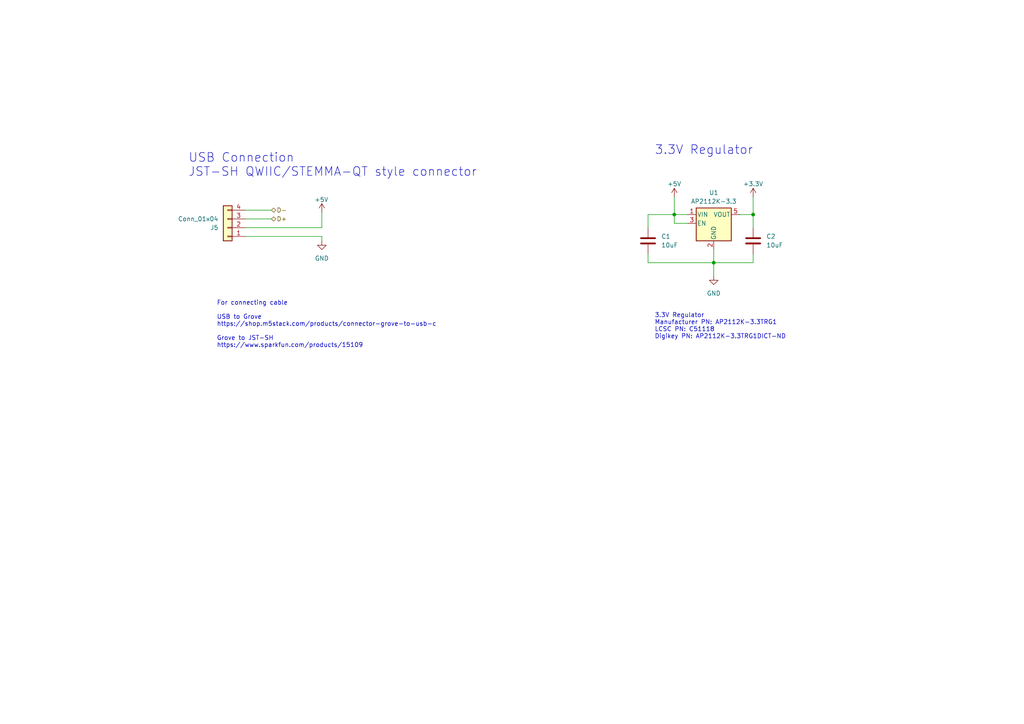
<source format=kicad_sch>
(kicad_sch (version 20250114) (generator "eeschema") (generator_version "9.0")
  (paper "A4")
  (lib_symbols
    (symbol "Connector_Generic:Conn_01x04" (pin_names (offset 1.016) (hide yes))
      (property "Reference" "J" (at 0 5.08 0))
      (property "Value" "Conn_01x04" (at 0 -7.62 0))
      (symbol "Conn_01x04_1_1"
        (rectangle (start -1.27 3.81) (end 1.27 -6.35) (stroke (width 0.254)) (fill (type background)))
        (rectangle (start -1.27 2.667) (end 0 2.413) (stroke (width 0.1524)))
        (rectangle (start -1.27 0.127) (end 0 -0.127) (stroke (width 0.1524)))
        (rectangle (start -1.27 -2.413) (end 0 -2.667) (stroke (width 0.1524)))
        (rectangle (start -1.27 -4.953) (end 0 -5.207) (stroke (width 0.1524)))
        (pin passive line (at -5.08 2.54 0) (length 3.81) (name "Pin_1") (number "1"))
        (pin passive line (at -5.08 0 0) (length 3.81) (name "Pin_2") (number "2"))
        (pin passive line (at -5.08 -2.54 0) (length 3.81) (name "Pin_3") (number "3"))
        (pin passive line (at -5.08 -5.08 0) (length 3.81) (name "Pin_4") (number "4"))
      )
    )
    (symbol "Device:C" (pin_numbers (hide yes)) (pin_names (offset 0.254))
      (property "Reference" "C" (at 0.635 2.54 0))
      (property "Value" "C" (at 0.635 -2.54 0))
      (symbol "C_0_1"
        (polyline (pts (xy -2.032 0.762) (xy 2.032 0.762)) (stroke (width 0.508)))
        (polyline (pts (xy -2.032 -0.762) (xy 2.032 -0.762)) (stroke (width 0.508)))
      )
      (symbol "C_1_1"
        (pin passive line (at 0 3.81 270) (length 2.794) (name "~") (number "1"))
        (pin passive line (at 0 -3.81 90) (length 2.794) (name "~") (number "2"))
      )
    )
    (symbol "Regulator_Linear:AP2112K-3.3" (pin_names (offset 0.254))
      (property "Reference" "U" (at -5.08 5.715 0))
      (property "Value" "AP2112K-3.3" (at 0 5.715 0))
      (symbol "AP2112K-3.3_0_1"
        (rectangle (start -5.08 4.445) (end 5.08 -5.08) (stroke (width 0.254)) (fill (type background)))
      )
      (symbol "AP2112K-3.3_1_1"
        (pin power_in line (at -7.62 2.54 0) (length 2.54) (name "VIN") (number "1"))
        (pin input line (at -7.62 0 0) (length 2.54) (name "EN") (number "3"))
        (pin power_in line (at 0 -7.62 90) (length 2.54) (name "GND") (number "2"))
        (pin no_connect line (at 5.08 0 180) (length 2.54) (hide yes) (name "NC") (number "4"))
        (pin power_out line (at 7.62 2.54 180) (length 2.54) (name "VOUT") (number "5"))
      )
    )
    (symbol "power:+3.3V" (power) (pin_names (offset 0))
      (property "Value" "+3.3V" (at 0 3.556 0))
      (symbol "+3.3V_0_1"
        (polyline (pts (xy -0.762 1.27) (xy 0 2.54)))
        (polyline (pts (xy 0 2.54) (xy 0.762 1.27)))
        (polyline (pts (xy 0 0) (xy 0 2.54)))
      )
      (symbol "+3.3V_1_1"
        (pin power_in line (at 0 0 90) (length 0) (hide yes) (name "+3.3V") (number "1"))
      )
    )
    (symbol "power:+5V" (power) (pin_names (offset 0))
      (property "Value" "+5V" (at 0 3.556 0))
      (symbol "+5V_0_1"
        (polyline (pts (xy -0.762 1.27) (xy 0 2.54)))
        (polyline (pts (xy 0 2.54) (xy 0.762 1.27)))
        (polyline (pts (xy 0 0) (xy 0 2.54)))
      )
      (symbol "+5V_1_1"
        (pin power_in line (at 0 0 90) (length 0) (hide yes) (name "+5V") (number "1"))
      )
    )
    (symbol "power:GND" (power) (pin_names (offset 0))
      (property "Value" "GND" (at 0 -3.81 0))
      (symbol "GND_0_1"
        (polyline (pts (xy 0 0) (xy 0 -1.27) (xy 1.27 -1.27) (xy 0 -2.54) (xy -1.27 -1.27) (xy 0 -1.27)))
      )
      (symbol "GND_1_1"
        (pin power_in line (at 0 0 270) (length 0) (hide yes) (name "GND") (number "1"))
      )
    )
  )
  (text "USB Connection\nJST-SH QWIIC/STEMMA-QT style connector" (at 54.61 51.435 0) (effects (font (size 2.54 2.54)) (justify left bottom)))
  (text "For connecting cable\n\nUSB to Grove \nhttps://shop.m5stack.com/products/connector-grove-to-usb-c\n\nGrove to JST-SH \nhttps://www.sparkfun.com/products/15109" (at 62.865 100.965 0) (effects (font (size 1.27 1.27)) (justify left bottom)))
  (text "3.3V Regulator" (at 189.865 45.085 0) (effects (font (size 2.54 2.54)) (justify left bottom)))
  (text "3.3V Regulator\nManufacturer PN: AP2112K-3.3TRG1\nLCSC PN: C51118\nDigikey PN: AP2112K-3.3TRG1DICT-ND " (at 189.865 98.425 0) (effects (font (size 1.27 1.27)) (justify left bottom)))
  (junction (at 218.44 62.23))
  (junction (at 195.58 62.23))
  (junction (at 207.01 76.2))
  (wire (pts (xy 195.58 62.23) (xy 187.96 62.23)))
  (wire (pts (xy 187.96 73.66) (xy 187.96 76.2)))
  (wire (pts (xy 195.58 64.77) (xy 195.58 62.23)))
  (wire (pts (xy 195.58 57.15) (xy 195.58 62.23)))
  (wire (pts (xy 218.44 57.15) (xy 218.44 62.23)))
  (wire (pts (xy 207.01 76.2) (xy 207.01 72.39)))
  (wire (pts (xy 187.96 62.23) (xy 187.96 66.04)))
  (wire (pts (xy 71.12 63.5) (xy 78.74 63.5)))
  (wire (pts (xy 218.44 73.66) (xy 218.44 76.2)))
  (wire (pts (xy 207.01 76.2) (xy 207.01 80.01)))
  (wire (pts (xy 187.96 76.2) (xy 207.01 76.2)))
  (wire (pts (xy 71.12 66.04) (xy 93.345 66.04)))
  (wire (pts (xy 71.12 60.96) (xy 78.74 60.96)))
  (wire (pts (xy 218.44 76.2) (xy 207.01 76.2)))
  (wire (pts (xy 199.39 64.77) (xy 195.58 64.77)))
  (wire (pts (xy 93.345 68.58) (xy 93.345 69.85)))
  (wire (pts (xy 218.44 62.23) (xy 218.44 66.04)))
  (wire (pts (xy 71.12 68.58) (xy 93.345 68.58)))
  (wire (pts (xy 214.63 62.23) (xy 218.44 62.23)))
  (wire (pts (xy 199.39 62.23) (xy 195.58 62.23)))
  (wire (pts (xy 93.345 61.595) (xy 93.345 66.04)))
  (hierarchical_label "D-" (shape bidirectional) (at 78.74 60.96 0))
  (hierarchical_label "D+" (shape bidirectional) (at 78.74 63.5 0))
  (symbol (lib_id "power:GND") (at 93.345 69.85 0) (unit 1)
    (property "Reference" "#PWR077" (effects (hide yes)))
    (property "Value" "GND" (at 93.345 74.93 0))
  )
  (symbol (lib_id "power:+3.3V") (at 218.44 57.15 0) (mirror y) (unit 1)
    (property "Reference" "#PWR075" (effects (hide yes)))
    (property "Value" "+3.3V" (at 218.44 53.34 0))
  )
  (symbol (lib_id "power:+5V") (at 93.345 61.595 0) (unit 1)
    (property "Reference" "#PWR018" (effects (hide yes)))
    (property "Value" "+5V" (at 93.218 57.912 0))
  )
  (symbol (lib_id "power:+5V") (at 195.58 57.15 0) (unit 1)
    (property "Reference" "#PWR074" (effects (hide yes)))
    (property "Value" "+5V" (at 195.58 53.34 0))
  )
  (symbol (lib_id "Device:C") (at 187.96 69.85 0) (unit 1)
    (property "Reference" "C1" (at 191.77 68.58 0) (effects (justify left)))
    (property "Value" "10uF" (at 191.77 71.12 0) (effects (justify left)))
    (property "Footprint" "panel_custom:C_0402_1005Metric" (effects (hide yes)))
  )
  (symbol (lib_id "Connector_Generic:Conn_01x04") (at 66.04 66.04 180) (unit 1)
    (property "Reference" "J5" (at 63.373 66.04 0) (effects (justify left)))
    (property "Value" "Conn_01x04" (at 63.373 63.5 0) (effects (justify left)))
    (property "Footprint" "panel_custom:JST_SH_SM04B-SRSS-TB_1x04-1MP_P1.00mm_Horizontal" (effects (hide yes)))
  )
  (symbol (lib_id "Device:C") (at 218.44 69.85 0) (unit 1)
    (property "Reference" "C2" (at 222.25 68.58 0) (effects (justify left)))
    (property "Value" "10uF" (at 222.25 71.12 0) (effects (justify left)))
    (property "Footprint" "panel_custom:C_0402_1005Metric" (effects (hide yes)))
  )
  (symbol (lib_id "Regulator_Linear:AP2112K-3.3") (at 207.01 64.77 0) (unit 1)
    (property "Reference" "U1" (at 207.01 55.88 0))
    (property "Value" "AP2112K-3.3" (at 207.01 58.42 0))
    (property "Footprint" "Package_TO_SOT_SMD:SOT-23-5" (effects (hide yes)))
    (property "Datasheet" "https://www.diodes.com/assets/Datasheets/AP2112.pdf" (effects (hide yes)))
  )
  (symbol (lib_id "power:GND") (at 207.01 80.01 0) (unit 1)
    (property "Reference" "#PWR076" (effects (hide yes)))
    (property "Value" "GND" (at 207.01 85.09 0))
  )
)
</source>
